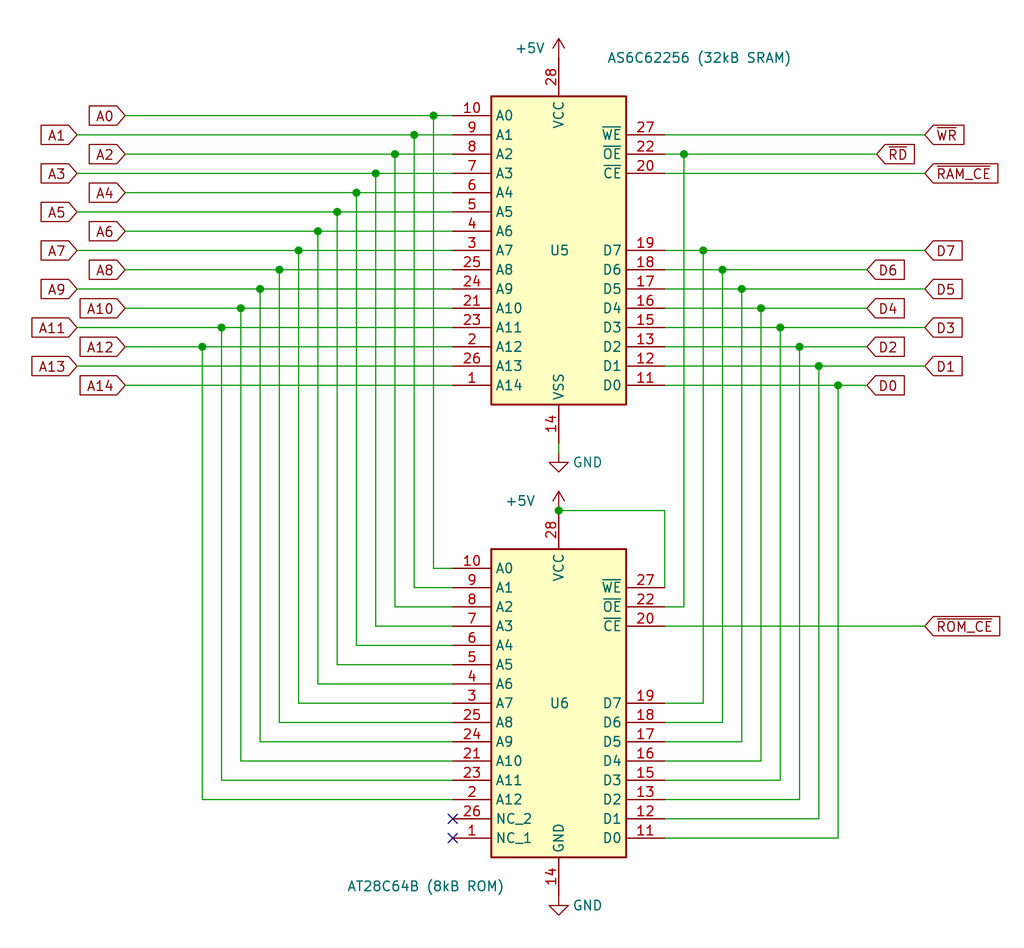
<source format=kicad_sch>
(kicad_sch (version 20230121) (generator eeschema)
  (paper "User" 135.001 124.993)
  (lib_symbols
    (symbol "AS6C62256:AS6C62256-55PCN"
      (property "Reference" "U" (at 19.05 7.62 0))
      (property "Value" "AS6C62256 (32kB SRAM)" (at 19.05 5.08 0))
      (symbol "AS6C62256-55PCN_1_1"
        (rectangle (start 5.08 2.54) (end 22.86 -38.1) (stroke (width 0.254)) (fill (type background)))
        (pin input line (at 0 -35.56 0) (length 5.08) (name "A14") (number "1"))
        (pin input line (at 0 0 0) (length 5.08) (name "A0") (number "10"))
        (pin bidirectional line (at 27.94 -35.56 180) (length 5.08) (name "D0") (number "11"))
        (pin bidirectional line (at 27.94 -33.02 180) (length 5.08) (name "D1") (number "12"))
        (pin bidirectional line (at 27.94 -30.48 180) (length 5.08) (name "D2") (number "13"))
        (pin power_in line (at 13.97 -43.18 90) (length 5.08) (name "VSS") (number "14"))
        (pin bidirectional line (at 27.94 -27.94 180) (length 5.08) (name "D3") (number "15"))
        (pin bidirectional line (at 27.94 -25.4 180) (length 5.08) (name "D4") (number "16"))
        (pin bidirectional line (at 27.94 -22.86 180) (length 5.08) (name "D5") (number "17"))
        (pin bidirectional line (at 27.94 -20.32 180) (length 5.08) (name "D6") (number "18"))
        (pin bidirectional line (at 27.94 -17.78 180) (length 5.08) (name "D7") (number "19"))
        (pin input line (at 0 -30.48 0) (length 5.08) (name "A12") (number "2"))
        (pin input line (at 27.94 -7.62 180) (length 5.08) (name "~{CE}") (number "20"))
        (pin input line (at 0 -25.4 0) (length 5.08) (name "A10") (number "21"))
        (pin input line (at 27.94 -5.08 180) (length 5.08) (name "~{OE}") (number "22"))
        (pin input line (at 0 -27.94 0) (length 5.08) (name "A11") (number "23"))
        (pin input line (at 0 -22.86 0) (length 5.08) (name "A9") (number "24"))
        (pin input line (at 0 -20.32 0) (length 5.08) (name "A8") (number "25"))
        (pin input line (at 0 -33.02 0) (length 5.08) (name "A13") (number "26"))
        (pin input line (at 27.94 -2.54 180) (length 5.08) (name "~{WE}") (number "27"))
        (pin power_in line (at 13.97 7.62 270) (length 5.08) (name "VCC") (number "28"))
        (pin input line (at 0 -17.78 0) (length 5.08) (name "A7") (number "3"))
        (pin input line (at 0 -15.24 0) (length 5.08) (name "A6") (number "4"))
        (pin input line (at 0 -12.7 0) (length 5.08) (name "A5") (number "5"))
        (pin input line (at 0 -10.16 0) (length 5.08) (name "A4") (number "6"))
        (pin input line (at 0 -7.62 0) (length 5.08) (name "A3") (number "7"))
        (pin input line (at 0 -5.08 0) (length 5.08) (name "A2") (number "8"))
        (pin input line (at 0 -2.54 0) (length 5.08) (name "A1") (number "9"))
      )
    )
    (symbol "AT28C64B:AT28C64B-15PU"
      (property "Reference" "U" (at 24.13 7.62 0))
      (property "Value" "AT28C64B (8kB ROM)" (at 24.13 5.08 0))
      (symbol "AT28C64B-15PU_1_1"
        (rectangle (start 5.08 2.54) (end 22.86 -38.1) (stroke (width 0.254)) (fill (type background)))
        (pin passive line (at 0 -35.56 0) (length 5.08) (name "NC_1") (number "1"))
        (pin passive line (at 0 0 0) (length 5.08) (name "A0") (number "10"))
        (pin passive line (at 27.94 -35.56 180) (length 5.08) (name "D0") (number "11"))
        (pin passive line (at 27.94 -33.02 180) (length 5.08) (name "D1") (number "12"))
        (pin passive line (at 27.94 -30.48 180) (length 5.08) (name "D2") (number "13"))
        (pin passive line (at 13.97 -43.18 90) (length 5.08) (name "GND") (number "14"))
        (pin passive line (at 27.94 -27.94 180) (length 5.08) (name "D3") (number "15"))
        (pin passive line (at 27.94 -25.4 180) (length 5.08) (name "D4") (number "16"))
        (pin passive line (at 27.94 -22.86 180) (length 5.08) (name "D5") (number "17"))
        (pin passive line (at 27.94 -20.32 180) (length 5.08) (name "D6") (number "18"))
        (pin passive line (at 27.94 -17.78 180) (length 5.08) (name "D7") (number "19"))
        (pin passive line (at 0 -30.48 0) (length 5.08) (name "A12") (number "2"))
        (pin passive line (at 27.94 -7.62 180) (length 5.08) (name "~{CE}") (number "20"))
        (pin passive line (at 0 -25.4 0) (length 5.08) (name "A10") (number "21"))
        (pin passive line (at 27.94 -5.08 180) (length 5.08) (name "~{OE}") (number "22"))
        (pin passive line (at 0 -27.94 0) (length 5.08) (name "A11") (number "23"))
        (pin passive line (at 0 -22.86 0) (length 5.08) (name "A9") (number "24"))
        (pin passive line (at 0 -20.32 0) (length 5.08) (name "A8") (number "25"))
        (pin passive line (at 0 -33.02 0) (length 5.08) (name "NC_2") (number "26"))
        (pin passive line (at 27.94 -2.54 180) (length 5.08) (name "~{WE}") (number "27"))
        (pin passive line (at 13.97 7.62 270) (length 5.08) (name "VCC") (number "28"))
        (pin passive line (at 0 -17.78 0) (length 5.08) (name "A7") (number "3"))
        (pin passive line (at 0 -15.24 0) (length 5.08) (name "A6") (number "4"))
        (pin passive line (at 0 -12.7 0) (length 5.08) (name "A5") (number "5"))
        (pin passive line (at 0 -10.16 0) (length 5.08) (name "A4") (number "6"))
        (pin passive line (at 0 -7.62 0) (length 5.08) (name "A3") (number "7"))
        (pin passive line (at 0 -5.08 0) (length 5.08) (name "A2") (number "8"))
        (pin passive line (at 0 -2.54 0) (length 5.08) (name "A1") (number "9"))
      )
    )
    (symbol "GND_2" (power) (pin_numbers hide) (pin_names (offset 0) hide)
      (property "Value" "GND_2" (at 0 -3.81 0))
      (symbol "GND_2_0_1"
        (polyline (pts (xy 0 0) (xy 0 -1.27) (xy 1.27 -1.27) (xy 0 -2.54) (xy -1.27 -1.27) (xy 0 -1.27)))
      )
      (symbol "GND_2_1_1"
        (pin power_in line (at 0 0 270) (length 0) hide (name "GND") (number "1"))
      )
    )
    (symbol "power:+5V" (power) (pin_numbers hide) (pin_names (offset 0) hide)
      (property "Value" "+5V" (at 0 3.556 0))
      (symbol "+5V_0_1"
        (polyline (pts (xy -0.762 1.27) (xy 0 2.54)))
        (polyline (pts (xy 0 0) (xy 0 2.54)))
        (polyline (pts (xy 0 2.54) (xy 0.762 1.27)))
      )
      (symbol "+5V_1_1"
        (pin power_in line (at 0 0 90) (length 0) hide (name "+5V") (number "1"))
      )
    )
  )
  (junction (at 105.41 45.72))
  (junction (at 97.79 38.1))
  (junction (at 102.87 43.18))
  (junction (at 36.83 35.56))
  (junction (at 92.71 33.02))
  (junction (at 39.37 33.02))
  (junction (at 57.15 15.24))
  (junction (at 107.95 48.26))
  (junction (at 26.67 45.72))
  (junction (at 49.53 22.86))
  (junction (at 44.45 27.94))
  (junction (at 29.21 43.18))
  (junction (at 41.91 30.48))
  (junction (at 95.25 35.56))
  (junction (at 90.17 20.32))
  (junction (at 46.99 25.4))
  (junction (at 54.61 17.78))
  (junction (at 73.66 67.31))
  (junction (at 31.75 40.64))
  (junction (at 52.07 20.32))
  (junction (at 100.33 40.64))
  (junction (at 34.29 38.1))
  (junction (at 110.49 50.8))
  (no_connect (at 59.69 107.95))
  (no_connect (at 59.69 110.49))
  (wire (pts (xy 87.63 95.25) (xy 95.25 95.25)))
  (wire (pts (xy 10.16 38.1) (xy 34.29 38.1)))
  (wire (pts (xy 110.49 50.8) (xy 114.3 50.8)))
  (wire (pts (xy 105.41 105.41) (xy 87.63 105.41)))
  (wire (pts (xy 41.91 90.17) (xy 59.69 90.17)))
  (wire (pts (xy 95.25 35.56) (xy 114.3 35.56)))
  (wire (pts (xy 110.49 50.8) (xy 110.49 110.49)))
  (wire (pts (xy 87.63 102.87) (xy 102.87 102.87)))
  (wire (pts (xy 87.63 80.01) (xy 90.17 80.01)))
  (wire (pts (xy 59.69 80.01) (xy 52.07 80.01)))
  (wire (pts (xy 57.15 15.24) (xy 59.69 15.24)))
  (wire (pts (xy 54.61 77.47) (xy 59.69 77.47)))
  (wire (pts (xy 31.75 100.33) (xy 59.69 100.33)))
  (wire (pts (xy 59.69 40.64) (xy 31.75 40.64)))
  (wire (pts (xy 10.16 33.02) (xy 39.37 33.02)))
  (wire (pts (xy 100.33 40.64) (xy 114.3 40.64)))
  (wire (pts (xy 92.71 92.71) (xy 87.63 92.71)))
  (wire (pts (xy 90.17 20.32) (xy 90.17 80.01)))
  (wire (pts (xy 87.63 35.56) (xy 95.25 35.56)))
  (wire (pts (xy 73.66 59.69) (xy 73.66 58.42)))
  (wire (pts (xy 87.63 45.72) (xy 105.41 45.72)))
  (wire (pts (xy 87.63 22.86) (xy 121.92 22.86)))
  (wire (pts (xy 46.99 25.4) (xy 46.99 85.09)))
  (wire (pts (xy 29.21 102.87) (xy 29.21 43.18)))
  (wire (pts (xy 87.63 50.8) (xy 110.49 50.8)))
  (wire (pts (xy 107.95 107.95) (xy 107.95 48.26)))
  (wire (pts (xy 16.51 20.32) (xy 52.07 20.32)))
  (wire (pts (xy 59.69 82.55) (xy 49.53 82.55)))
  (wire (pts (xy 87.63 17.78) (xy 121.92 17.78)))
  (wire (pts (xy 87.63 77.47) (xy 87.63 67.31)))
  (wire (pts (xy 87.63 107.95) (xy 107.95 107.95)))
  (wire (pts (xy 46.99 85.09) (xy 59.69 85.09)))
  (wire (pts (xy 16.51 35.56) (xy 36.83 35.56)))
  (wire (pts (xy 39.37 33.02) (xy 39.37 92.71)))
  (wire (pts (xy 59.69 38.1) (xy 34.29 38.1)))
  (wire (pts (xy 87.63 82.55) (xy 121.92 82.55)))
  (wire (pts (xy 105.41 45.72) (xy 114.3 45.72)))
  (wire (pts (xy 87.63 43.18) (xy 102.87 43.18)))
  (wire (pts (xy 59.69 102.87) (xy 29.21 102.87)))
  (wire (pts (xy 49.53 22.86) (xy 59.69 22.86)))
  (wire (pts (xy 34.29 97.79) (xy 59.69 97.79)))
  (wire (pts (xy 59.69 74.93) (xy 57.15 74.93)))
  (wire (pts (xy 34.29 38.1) (xy 34.29 97.79)))
  (wire (pts (xy 10.16 17.78) (xy 54.61 17.78)))
  (wire (pts (xy 26.67 45.72) (xy 26.67 105.41)))
  (wire (pts (xy 100.33 100.33) (xy 100.33 40.64)))
  (wire (pts (xy 16.51 45.72) (xy 26.67 45.72)))
  (wire (pts (xy 16.51 30.48) (xy 41.91 30.48)))
  (wire (pts (xy 87.63 97.79) (xy 97.79 97.79)))
  (wire (pts (xy 36.83 95.25) (xy 36.83 35.56)))
  (wire (pts (xy 87.63 38.1) (xy 97.79 38.1)))
  (wire (pts (xy 59.69 33.02) (xy 39.37 33.02)))
  (wire (pts (xy 59.69 95.25) (xy 36.83 95.25)))
  (wire (pts (xy 92.71 33.02) (xy 121.92 33.02)))
  (wire (pts (xy 16.51 25.4) (xy 46.99 25.4)))
  (wire (pts (xy 87.63 40.64) (xy 100.33 40.64)))
  (wire (pts (xy 87.63 20.32) (xy 90.17 20.32)))
  (wire (pts (xy 52.07 20.32) (xy 59.69 20.32)))
  (wire (pts (xy 26.67 105.41) (xy 59.69 105.41)))
  (wire (pts (xy 59.69 17.78) (xy 54.61 17.78)))
  (wire (pts (xy 87.63 100.33) (xy 100.33 100.33)))
  (wire (pts (xy 52.07 80.01) (xy 52.07 20.32)))
  (wire (pts (xy 102.87 102.87) (xy 102.87 43.18)))
  (wire (pts (xy 97.79 38.1) (xy 97.79 97.79)))
  (wire (pts (xy 44.45 87.63) (xy 44.45 27.94)))
  (wire (pts (xy 59.69 87.63) (xy 44.45 87.63)))
  (wire (pts (xy 87.63 48.26) (xy 107.95 48.26)))
  (wire (pts (xy 107.95 48.26) (xy 121.92 48.26)))
  (wire (pts (xy 16.51 40.64) (xy 31.75 40.64)))
  (wire (pts (xy 49.53 82.55) (xy 49.53 22.86)))
  (wire (pts (xy 16.51 50.8) (xy 59.69 50.8)))
  (wire (pts (xy 39.37 92.71) (xy 59.69 92.71)))
  (wire (pts (xy 87.63 33.02) (xy 92.71 33.02)))
  (wire (pts (xy 10.16 22.86) (xy 49.53 22.86)))
  (wire (pts (xy 54.61 17.78) (xy 54.61 77.47)))
  (wire (pts (xy 16.51 15.24) (xy 57.15 15.24)))
  (wire (pts (xy 10.16 27.94) (xy 44.45 27.94)))
  (wire (pts (xy 95.25 95.25) (xy 95.25 35.56)))
  (wire (pts (xy 10.16 48.26) (xy 59.69 48.26)))
  (wire (pts (xy 92.71 33.02) (xy 92.71 92.71)))
  (wire (pts (xy 44.45 27.94) (xy 59.69 27.94)))
  (wire (pts (xy 90.17 20.32) (xy 115.57 20.32)))
  (wire (pts (xy 59.69 25.4) (xy 46.99 25.4)))
  (wire (pts (xy 29.21 43.18) (xy 59.69 43.18)))
  (wire (pts (xy 57.15 74.93) (xy 57.15 15.24)))
  (wire (pts (xy 10.16 43.18) (xy 29.21 43.18)))
  (wire (pts (xy 59.69 30.48) (xy 41.91 30.48)))
  (wire (pts (xy 59.69 45.72) (xy 26.67 45.72)))
  (wire (pts (xy 73.66 67.31) (xy 87.63 67.31)))
  (wire (pts (xy 102.87 43.18) (xy 121.92 43.18)))
  (wire (pts (xy 41.91 30.48) (xy 41.91 90.17)))
  (wire (pts (xy 36.83 35.56) (xy 59.69 35.56)))
  (wire (pts (xy 97.79 38.1) (xy 121.92 38.1)))
  (wire (pts (xy 110.49 110.49) (xy 87.63 110.49)))
  (wire (pts (xy 31.75 40.64) (xy 31.75 100.33)))
  (wire (pts (xy 105.41 45.72) (xy 105.41 105.41)))
  (global_label "A6" (shape input) (at 16.51 30.48 180) (property "Intersheetrefs" "${INTERSHEET_REFS}" (effects hide)))
  (global_label "D1" (shape input) (at 121.92 48.26 0) (property "Intersheetrefs" "${INTERSHEET_REFS}" (effects hide)))
  (global_label "~{ROM_CE}" (shape input) (at 121.92 82.55 0) (property "Intersheetrefs" "${INTERSHEET_REFS}" (effects hide)))
  (global_label "~{RAM_CE}" (shape input) (at 121.92 22.86 0) (property "Intersheetrefs" "${INTERSHEET_REFS}" (effects hide)))
  (global_label "D0" (shape input) (at 114.3 50.8 0) (property "Intersheetrefs" "${INTERSHEET_REFS}" (effects hide)))
  (global_label "A13" (shape input) (at 10.16 48.26 180) (property "Intersheetrefs" "${INTERSHEET_REFS}" (effects hide)))
  (global_label "A3" (shape input) (at 10.16 22.86 180) (property "Intersheetrefs" "${INTERSHEET_REFS}" (effects hide)))
  (global_label "~{WR}" (shape input) (at 121.92 17.78 0) (property "Intersheetrefs" "${INTERSHEET_REFS}" (effects hide)))
  (global_label "A11" (shape input) (at 10.16 43.18 180) (property "Intersheetrefs" "${INTERSHEET_REFS}" (effects hide)))
  (global_label "D4" (shape input) (at 114.3 40.64 0) (property "Intersheetrefs" "${INTERSHEET_REFS}" (effects hide)))
  (global_label "A1" (shape input) (at 10.16 17.78 180) (property "Intersheetrefs" "${INTERSHEET_REFS}" (effects hide)))
  (global_label "A9" (shape input) (at 10.16 38.1 180) (property "Intersheetrefs" "${INTERSHEET_REFS}" (effects hide)))
  (global_label "A14" (shape input) (at 16.51 50.8 180) (property "Intersheetrefs" "${INTERSHEET_REFS}" (effects hide)))
  (global_label "A2" (shape input) (at 16.51 20.32 180) (property "Intersheetrefs" "${INTERSHEET_REFS}" (effects hide)))
  (global_label "D6" (shape input) (at 114.3 35.56 0) (property "Intersheetrefs" "${INTERSHEET_REFS}" (effects hide)))
  (global_label "A7" (shape input) (at 10.16 33.02 180) (property "Intersheetrefs" "${INTERSHEET_REFS}" (effects hide)))
  (global_label "A0" (shape input) (at 16.51 15.24 180) (property "Intersheetrefs" "${INTERSHEET_REFS}" (effects hide)))
  (global_label "A10" (shape input) (at 16.51 40.64 180) (property "Intersheetrefs" "${INTERSHEET_REFS}" (effects hide)))
  (global_label "A12" (shape input) (at 16.51 45.72 180) (property "Intersheetrefs" "${INTERSHEET_REFS}" (effects hide)))
  (global_label "D2" (shape input) (at 114.3 45.72 0) (property "Intersheetrefs" "${INTERSHEET_REFS}" (effects hide)))
  (global_label "D7" (shape input) (at 121.92 33.02 0) (property "Intersheetrefs" "${INTERSHEET_REFS}" (effects hide)))
  (global_label "A4" (shape input) (at 16.51 25.4 180) (property "Intersheetrefs" "${INTERSHEET_REFS}" (effects hide)))
  (global_label "D5" (shape input) (at 121.92 38.1 0) (property "Intersheetrefs" "${INTERSHEET_REFS}" (effects hide)))
  (global_label "A5" (shape input) (at 10.16 27.94 180) (property "Intersheetrefs" "${INTERSHEET_REFS}" (effects hide)))
  (global_label "D3" (shape input) (at 121.92 43.18 0) (property "Intersheetrefs" "${INTERSHEET_REFS}" (effects hide)))
  (global_label "A8" (shape input) (at 16.51 35.56 180) (property "Intersheetrefs" "${INTERSHEET_REFS}" (effects hide)))
  (global_label "~{RD}" (shape input) (at 115.57 20.32 0) (property "Intersheetrefs" "${INTERSHEET_REFS}" (effects hide)))
  (symbol (lib_id "AS6C62256:AS6C62256-55PCN") (at 59.69 15.24 0) (unit 1)
    (property "Reference" "U5" (at 72.39 33.02 0) (effects (justify left)))
    (property "Value" "AS6C62256 (32kB SRAM)" (at 80.01 7.62 0) (effects (justify left)))
    (property "Footprint" "DIP1587W140P254L3632H381Q28N" (effects hide))
    (property "Datasheet" "https://componentsearchengine.com/Datasheets/1/AS6C62256-55PCN.pdf" (effects hide))
    (property "Height" "3.81" (effects hide))
    (property "Mouser Part Number" "913-AS6C62256-55PCN" (effects hide))
    (property "Mouser Price/Stock" "https://www.mouser.co.uk/ProductDetail/Alliance-Memory/AS6C62256-55PCN?qs=LD2UibpCYJqgbIupMJnGTQ%3D%3D" (effects hide))
    (property "Manufacturer_Name" "Alliance Memory" (effects hide))
    (property "Manufacturer_Part_Number" "AS6C62256-55PCN" (effects hide))
  )
  (symbol (lib_id "power:+5V") (at 73.66 67.31 0) (unit 1)
    (property "Reference" "#PWR06" (effects hide))
    (property "Value" "+5V" (at 68.58 66.04 0))
  )
  (symbol (lib_id "power:+5V") (at 73.66 7.62 0) (unit 1)
    (property "Reference" "#PWR05" (effects hide))
    (property "Value" "+5V" (at 69.85 6.35 0))
  )
  (symbol (lib_name "GND_2") (lib_id "power:GND") (at 73.66 118.11 0) (unit 1)
    (property "Reference" "#PWR08" (effects hide))
    (property "Value" "GND" (at 77.47 119.38 0))
  )
  (symbol (lib_id "AT28C64B:AT28C64B-15PU") (at 59.69 74.93 0) (unit 1)
    (property "Reference" "U6" (at 72.39 92.71 0) (effects (justify left)))
    (property "Value" "AT28C64B (8kB ROM)" (at 45.72 116.84 0) (effects (justify left)))
    (property "Footprint" "DIP1556W56P254L3702H483Q28N" (effects hide))
    (property "Datasheet" "http://www.atmel.com/images/doc0270.pdf" (effects hide))
    (property "Height" "4.826" (effects hide))
    (property "Mouser Part Number" "556-AT28C64B15PU" (effects hide))
    (property "Mouser Price/Stock" "https://www.mouser.co.uk/ProductDetail/Microchip-Technology/AT28C64B-15PU?qs=2VKgqYuc3OvipbcAuBcLow%3D%3D" (effects hide))
    (property "Manufacturer_Name" "Microchip" (effects hide))
    (property "Manufacturer_Part_Number" "AT28C64B-15PU" (effects hide))
  )
  (symbol (lib_name "GND_2") (lib_id "power:GND") (at 73.66 59.69 0) (unit 1)
    (property "Reference" "#PWR07" (effects hide))
    (property "Value" "GND" (at 77.47 60.96 0))
  )
)
</source>
